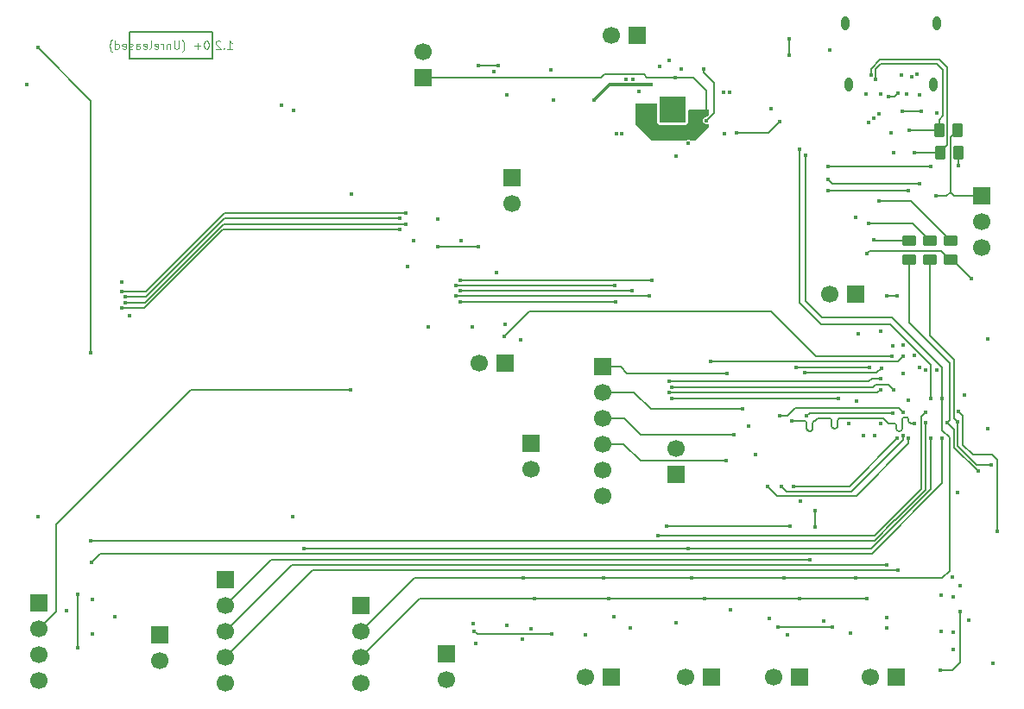
<source format=gbr>
%TF.GenerationSoftware,KiCad,Pcbnew,9.0.1+1*%
%TF.CreationDate,2025-09-07T20:00:19+00:00*%
%TF.ProjectId,ZSWatch-Watch-DevKit,5a535761-7463-4682-9d57-617463682d44,1.2.0+ (Unreleased)*%
%TF.SameCoordinates,Original*%
%TF.FileFunction,Copper,L4,Bot*%
%TF.FilePolarity,Positive*%
%FSLAX46Y46*%
G04 Gerber Fmt 4.6, Leading zero omitted, Abs format (unit mm)*
G04 Created by KiCad (PCBNEW 9.0.1+1) date 2025-09-07 20:00:19*
%MOMM*%
%LPD*%
G01*
G04 APERTURE LIST*
G04 Aperture macros list*
%AMRoundRect*
0 Rectangle with rounded corners*
0 $1 Rounding radius*
0 $2 $3 $4 $5 $6 $7 $8 $9 X,Y pos of 4 corners*
0 Add a 4 corners polygon primitive as box body*
4,1,4,$2,$3,$4,$5,$6,$7,$8,$9,$2,$3,0*
0 Add four circle primitives for the rounded corners*
1,1,$1+$1,$2,$3*
1,1,$1+$1,$4,$5*
1,1,$1+$1,$6,$7*
1,1,$1+$1,$8,$9*
0 Add four rect primitives between the rounded corners*
20,1,$1+$1,$2,$3,$4,$5,0*
20,1,$1+$1,$4,$5,$6,$7,0*
20,1,$1+$1,$6,$7,$8,$9,0*
20,1,$1+$1,$8,$9,$2,$3,0*%
G04 Aperture macros list end*
%TA.AperFunction,NonConductor*%
%ADD10C,0.200000*%
%TD*%
%ADD11C,0.120000*%
%TA.AperFunction,NonConductor*%
%ADD12C,0.120000*%
%TD*%
%TA.AperFunction,ComponentPad*%
%ADD13R,1.700000X1.700000*%
%TD*%
%TA.AperFunction,ComponentPad*%
%ADD14C,1.700000*%
%TD*%
%TA.AperFunction,ComponentPad*%
%ADD15C,0.500000*%
%TD*%
%TA.AperFunction,SMDPad,CuDef*%
%ADD16R,2.500000X2.500000*%
%TD*%
%TA.AperFunction,HeatsinkPad*%
%ADD17O,0.800000X1.400000*%
%TD*%
%TA.AperFunction,SMDPad,CuDef*%
%ADD18RoundRect,0.250000X0.450000X-0.262500X0.450000X0.262500X-0.450000X0.262500X-0.450000X-0.262500X0*%
%TD*%
%TA.AperFunction,SMDPad,CuDef*%
%ADD19RoundRect,0.250000X0.262500X0.450000X-0.262500X0.450000X-0.262500X-0.450000X0.262500X-0.450000X0*%
%TD*%
%TA.AperFunction,ViaPad*%
%ADD20C,0.450000*%
%TD*%
%TA.AperFunction,Conductor*%
%ADD21C,0.200000*%
%TD*%
%TA.AperFunction,Conductor*%
%ADD22C,0.170000*%
%TD*%
%TA.AperFunction,Conductor*%
%ADD23C,0.127000*%
%TD*%
%TA.AperFunction,Conductor*%
%ADD24C,0.300000*%
%TD*%
G04 APERTURE END LIST*
D10*
X172100000Y-116200000D02*
X180200000Y-116200000D01*
X180200000Y-118800000D01*
X172100000Y-118800000D01*
X172100000Y-116200000D01*
D11*
D12*
X181711904Y-117863855D02*
X182169047Y-117863855D01*
X181940475Y-117863855D02*
X181940475Y-117063855D01*
X181940475Y-117063855D02*
X182016666Y-117178140D01*
X182016666Y-117178140D02*
X182092856Y-117254331D01*
X182092856Y-117254331D02*
X182169047Y-117292426D01*
X181369046Y-117787664D02*
X181330951Y-117825760D01*
X181330951Y-117825760D02*
X181369046Y-117863855D01*
X181369046Y-117863855D02*
X181407142Y-117825760D01*
X181407142Y-117825760D02*
X181369046Y-117787664D01*
X181369046Y-117787664D02*
X181369046Y-117863855D01*
X181026190Y-117140045D02*
X180988094Y-117101950D01*
X180988094Y-117101950D02*
X180911904Y-117063855D01*
X180911904Y-117063855D02*
X180721428Y-117063855D01*
X180721428Y-117063855D02*
X180645237Y-117101950D01*
X180645237Y-117101950D02*
X180607142Y-117140045D01*
X180607142Y-117140045D02*
X180569047Y-117216236D01*
X180569047Y-117216236D02*
X180569047Y-117292426D01*
X180569047Y-117292426D02*
X180607142Y-117406712D01*
X180607142Y-117406712D02*
X181064285Y-117863855D01*
X181064285Y-117863855D02*
X180569047Y-117863855D01*
X180226189Y-117787664D02*
X180188094Y-117825760D01*
X180188094Y-117825760D02*
X180226189Y-117863855D01*
X180226189Y-117863855D02*
X180264285Y-117825760D01*
X180264285Y-117825760D02*
X180226189Y-117787664D01*
X180226189Y-117787664D02*
X180226189Y-117863855D01*
X179692856Y-117063855D02*
X179616666Y-117063855D01*
X179616666Y-117063855D02*
X179540475Y-117101950D01*
X179540475Y-117101950D02*
X179502380Y-117140045D01*
X179502380Y-117140045D02*
X179464285Y-117216236D01*
X179464285Y-117216236D02*
X179426190Y-117368617D01*
X179426190Y-117368617D02*
X179426190Y-117559093D01*
X179426190Y-117559093D02*
X179464285Y-117711474D01*
X179464285Y-117711474D02*
X179502380Y-117787664D01*
X179502380Y-117787664D02*
X179540475Y-117825760D01*
X179540475Y-117825760D02*
X179616666Y-117863855D01*
X179616666Y-117863855D02*
X179692856Y-117863855D01*
X179692856Y-117863855D02*
X179769047Y-117825760D01*
X179769047Y-117825760D02*
X179807142Y-117787664D01*
X179807142Y-117787664D02*
X179845237Y-117711474D01*
X179845237Y-117711474D02*
X179883333Y-117559093D01*
X179883333Y-117559093D02*
X179883333Y-117368617D01*
X179883333Y-117368617D02*
X179845237Y-117216236D01*
X179845237Y-117216236D02*
X179807142Y-117140045D01*
X179807142Y-117140045D02*
X179769047Y-117101950D01*
X179769047Y-117101950D02*
X179692856Y-117063855D01*
X179083332Y-117559093D02*
X178473809Y-117559093D01*
X178778570Y-117863855D02*
X178778570Y-117254331D01*
X177254761Y-118168617D02*
X177292856Y-118130521D01*
X177292856Y-118130521D02*
X177369047Y-118016236D01*
X177369047Y-118016236D02*
X177407142Y-117940045D01*
X177407142Y-117940045D02*
X177445237Y-117825760D01*
X177445237Y-117825760D02*
X177483332Y-117635283D01*
X177483332Y-117635283D02*
X177483332Y-117482902D01*
X177483332Y-117482902D02*
X177445237Y-117292426D01*
X177445237Y-117292426D02*
X177407142Y-117178140D01*
X177407142Y-117178140D02*
X177369047Y-117101950D01*
X177369047Y-117101950D02*
X177292856Y-116987664D01*
X177292856Y-116987664D02*
X177254761Y-116949569D01*
X176949999Y-117063855D02*
X176949999Y-117711474D01*
X176949999Y-117711474D02*
X176911904Y-117787664D01*
X176911904Y-117787664D02*
X176873809Y-117825760D01*
X176873809Y-117825760D02*
X176797618Y-117863855D01*
X176797618Y-117863855D02*
X176645237Y-117863855D01*
X176645237Y-117863855D02*
X176569047Y-117825760D01*
X176569047Y-117825760D02*
X176530952Y-117787664D01*
X176530952Y-117787664D02*
X176492856Y-117711474D01*
X176492856Y-117711474D02*
X176492856Y-117063855D01*
X176111904Y-117330521D02*
X176111904Y-117863855D01*
X176111904Y-117406712D02*
X176073809Y-117368617D01*
X176073809Y-117368617D02*
X175997619Y-117330521D01*
X175997619Y-117330521D02*
X175883333Y-117330521D01*
X175883333Y-117330521D02*
X175807142Y-117368617D01*
X175807142Y-117368617D02*
X175769047Y-117444807D01*
X175769047Y-117444807D02*
X175769047Y-117863855D01*
X175388094Y-117863855D02*
X175388094Y-117330521D01*
X175388094Y-117482902D02*
X175349999Y-117406712D01*
X175349999Y-117406712D02*
X175311904Y-117368617D01*
X175311904Y-117368617D02*
X175235713Y-117330521D01*
X175235713Y-117330521D02*
X175159523Y-117330521D01*
X174588094Y-117825760D02*
X174664285Y-117863855D01*
X174664285Y-117863855D02*
X174816666Y-117863855D01*
X174816666Y-117863855D02*
X174892856Y-117825760D01*
X174892856Y-117825760D02*
X174930952Y-117749569D01*
X174930952Y-117749569D02*
X174930952Y-117444807D01*
X174930952Y-117444807D02*
X174892856Y-117368617D01*
X174892856Y-117368617D02*
X174816666Y-117330521D01*
X174816666Y-117330521D02*
X174664285Y-117330521D01*
X174664285Y-117330521D02*
X174588094Y-117368617D01*
X174588094Y-117368617D02*
X174549999Y-117444807D01*
X174549999Y-117444807D02*
X174549999Y-117520998D01*
X174549999Y-117520998D02*
X174930952Y-117597188D01*
X174092857Y-117863855D02*
X174169047Y-117825760D01*
X174169047Y-117825760D02*
X174207142Y-117749569D01*
X174207142Y-117749569D02*
X174207142Y-117063855D01*
X173483332Y-117825760D02*
X173559523Y-117863855D01*
X173559523Y-117863855D02*
X173711904Y-117863855D01*
X173711904Y-117863855D02*
X173788094Y-117825760D01*
X173788094Y-117825760D02*
X173826190Y-117749569D01*
X173826190Y-117749569D02*
X173826190Y-117444807D01*
X173826190Y-117444807D02*
X173788094Y-117368617D01*
X173788094Y-117368617D02*
X173711904Y-117330521D01*
X173711904Y-117330521D02*
X173559523Y-117330521D01*
X173559523Y-117330521D02*
X173483332Y-117368617D01*
X173483332Y-117368617D02*
X173445237Y-117444807D01*
X173445237Y-117444807D02*
X173445237Y-117520998D01*
X173445237Y-117520998D02*
X173826190Y-117597188D01*
X172759523Y-117863855D02*
X172759523Y-117444807D01*
X172759523Y-117444807D02*
X172797618Y-117368617D01*
X172797618Y-117368617D02*
X172873809Y-117330521D01*
X172873809Y-117330521D02*
X173026190Y-117330521D01*
X173026190Y-117330521D02*
X173102380Y-117368617D01*
X172759523Y-117825760D02*
X172835714Y-117863855D01*
X172835714Y-117863855D02*
X173026190Y-117863855D01*
X173026190Y-117863855D02*
X173102380Y-117825760D01*
X173102380Y-117825760D02*
X173140476Y-117749569D01*
X173140476Y-117749569D02*
X173140476Y-117673379D01*
X173140476Y-117673379D02*
X173102380Y-117597188D01*
X173102380Y-117597188D02*
X173026190Y-117559093D01*
X173026190Y-117559093D02*
X172835714Y-117559093D01*
X172835714Y-117559093D02*
X172759523Y-117520998D01*
X172416666Y-117825760D02*
X172340475Y-117863855D01*
X172340475Y-117863855D02*
X172188094Y-117863855D01*
X172188094Y-117863855D02*
X172111904Y-117825760D01*
X172111904Y-117825760D02*
X172073808Y-117749569D01*
X172073808Y-117749569D02*
X172073808Y-117711474D01*
X172073808Y-117711474D02*
X172111904Y-117635283D01*
X172111904Y-117635283D02*
X172188094Y-117597188D01*
X172188094Y-117597188D02*
X172302380Y-117597188D01*
X172302380Y-117597188D02*
X172378570Y-117559093D01*
X172378570Y-117559093D02*
X172416666Y-117482902D01*
X172416666Y-117482902D02*
X172416666Y-117444807D01*
X172416666Y-117444807D02*
X172378570Y-117368617D01*
X172378570Y-117368617D02*
X172302380Y-117330521D01*
X172302380Y-117330521D02*
X172188094Y-117330521D01*
X172188094Y-117330521D02*
X172111904Y-117368617D01*
X171426189Y-117825760D02*
X171502380Y-117863855D01*
X171502380Y-117863855D02*
X171654761Y-117863855D01*
X171654761Y-117863855D02*
X171730951Y-117825760D01*
X171730951Y-117825760D02*
X171769047Y-117749569D01*
X171769047Y-117749569D02*
X171769047Y-117444807D01*
X171769047Y-117444807D02*
X171730951Y-117368617D01*
X171730951Y-117368617D02*
X171654761Y-117330521D01*
X171654761Y-117330521D02*
X171502380Y-117330521D01*
X171502380Y-117330521D02*
X171426189Y-117368617D01*
X171426189Y-117368617D02*
X171388094Y-117444807D01*
X171388094Y-117444807D02*
X171388094Y-117520998D01*
X171388094Y-117520998D02*
X171769047Y-117597188D01*
X170702380Y-117863855D02*
X170702380Y-117063855D01*
X170702380Y-117825760D02*
X170778571Y-117863855D01*
X170778571Y-117863855D02*
X170930952Y-117863855D01*
X170930952Y-117863855D02*
X171007142Y-117825760D01*
X171007142Y-117825760D02*
X171045237Y-117787664D01*
X171045237Y-117787664D02*
X171083333Y-117711474D01*
X171083333Y-117711474D02*
X171083333Y-117482902D01*
X171083333Y-117482902D02*
X171045237Y-117406712D01*
X171045237Y-117406712D02*
X171007142Y-117368617D01*
X171007142Y-117368617D02*
X170930952Y-117330521D01*
X170930952Y-117330521D02*
X170778571Y-117330521D01*
X170778571Y-117330521D02*
X170702380Y-117368617D01*
X170397618Y-118168617D02*
X170359523Y-118130521D01*
X170359523Y-118130521D02*
X170283332Y-118016236D01*
X170283332Y-118016236D02*
X170245237Y-117940045D01*
X170245237Y-117940045D02*
X170207142Y-117825760D01*
X170207142Y-117825760D02*
X170169046Y-117635283D01*
X170169046Y-117635283D02*
X170169046Y-117482902D01*
X170169046Y-117482902D02*
X170207142Y-117292426D01*
X170207142Y-117292426D02*
X170245237Y-117178140D01*
X170245237Y-117178140D02*
X170283332Y-117101950D01*
X170283332Y-117101950D02*
X170359523Y-116987664D01*
X170359523Y-116987664D02*
X170397618Y-116949569D01*
D13*
%TO.P,X508,1,Pin_1*%
%TO.N,/Project Architecture/Power Management/VSYS*%
X200900000Y-120700000D03*
D14*
%TO.P,X508,2,Pin_2*%
%TO.N,Net-(IC505-VDD)*%
X200900000Y-118160000D03*
%TD*%
D15*
%TO.P,IC401,33,GND*%
%TO.N,GND*%
X224387790Y-122830400D03*
X224387790Y-123830400D03*
X224387790Y-124830400D03*
X225387790Y-122830400D03*
X225387790Y-123830400D03*
D16*
X225387790Y-123830400D03*
D15*
X225387790Y-124830400D03*
X226387790Y-122830400D03*
X226387790Y-123830400D03*
X226387790Y-124830400D03*
%TD*%
D13*
%TO.P,X503,1,Pin_1*%
%TO.N,/Project Architecture/Peripherals/VMIC*%
X175100000Y-175400000D03*
D14*
%TO.P,X503,2,Pin_2*%
%TO.N,Net-(MK501-VDD)*%
X175100000Y-177940000D03*
%TD*%
D13*
%TO.P,X610,1,Pin_1*%
%TO.N,+3V0*%
X211500000Y-156600000D03*
D14*
%TO.P,X610,2,Pin_2*%
%TO.N,Net-(X608-LEDA1)*%
X211500000Y-159140000D03*
%TD*%
D13*
%TO.P,X403,1,Pin_1*%
%TO.N,+1V8*%
X163200000Y-172220000D03*
D14*
%TO.P,X403,2,Pin_2*%
%TO.N,+3V0*%
X163200000Y-174760000D03*
%TO.P,X403,3,Pin_3*%
%TO.N,/Project Architecture/Power Management/VSYS*%
X163200000Y-177300000D03*
%TO.P,X403,4,Pin_4*%
%TO.N,GND*%
X163200000Y-179840000D03*
%TD*%
D13*
%TO.P,X504,1,Pin_1*%
%TO.N,+1V8*%
X194800000Y-172490000D03*
D14*
%TO.P,X504,2,Pin_2*%
%TO.N,/Project Architecture/MCU/SDA*%
X194800000Y-175030000D03*
%TO.P,X504,3,Pin_3*%
%TO.N,/Project Architecture/MCU/SCL*%
X194800000Y-177570000D03*
%TO.P,X504,4,Pin_4*%
%TO.N,GND*%
X194800000Y-180110000D03*
%TD*%
D13*
%TO.P,X606,1,Pin_1*%
%TO.N,+1V8*%
X225700000Y-159640000D03*
D14*
%TO.P,X606,2,Pin_2*%
%TO.N,Net-(IC603-VCC)*%
X225700000Y-157100000D03*
%TD*%
D13*
%TO.P,X401,1,Pin_1*%
%TO.N,/Project Architecture/Peripherals/VBAT*%
X221865000Y-116500000D03*
D14*
%TO.P,X401,2,Pin_2*%
%TO.N,GND*%
X219325000Y-116500000D03*
%TD*%
D13*
%TO.P,X501,1,Pin_1*%
%TO.N,+1V8*%
X229200000Y-179500000D03*
D14*
%TO.P,X501,2,Pin_2*%
%TO.N,Net-(IC501-VDD)*%
X226660000Y-179500000D03*
%TD*%
D13*
%TO.P,X502,1,Pin_1*%
%TO.N,+1V8*%
X181500000Y-169980000D03*
D14*
%TO.P,X502,2,Pin_2*%
%TO.N,/Project Architecture/MCU/MCLK*%
X181500000Y-172520000D03*
%TO.P,X502,3,Pin_3*%
%TO.N,/Project Architecture/MCU/WS*%
X181500000Y-175060000D03*
%TO.P,X502,4,Pin_4*%
%TO.N,/Project Architecture/MCU/Data*%
X181500000Y-177600000D03*
%TO.P,X502,5,Pin_5*%
%TO.N,GND*%
X181500000Y-180140000D03*
%TD*%
D13*
%TO.P,X506,1,Pin_1*%
%TO.N,+1V8*%
X237840000Y-179500000D03*
D14*
%TO.P,X506,2,Pin_2*%
%TO.N,Net-(IC503-VDD)*%
X235300000Y-179500000D03*
%TD*%
D13*
%TO.P,X607,1,Pin_1*%
%TO.N,+1V8*%
X209600000Y-130525000D03*
D14*
%TO.P,X607,2,Pin_2*%
%TO.N,Net-(X607-Pin_2)*%
X209600000Y-133065000D03*
%TD*%
D13*
%TO.P,X505,1,Pin_1*%
%TO.N,+1V8*%
X219340000Y-179500000D03*
D14*
%TO.P,X505,2,Pin_2*%
%TO.N,Net-(IC502-VDD)*%
X216800000Y-179500000D03*
%TD*%
D13*
%TO.P,X604,1,Pin_1*%
%TO.N,TxD*%
X255700000Y-132270000D03*
D14*
%TO.P,X604,2,Pin_2*%
%TO.N,RxD*%
X255700000Y-134810000D03*
%TO.P,X604,3,Pin_3*%
%TO.N,GND*%
X255700000Y-137350000D03*
%TD*%
D13*
%TO.P,X507,1,Pin_1*%
%TO.N,+1V8*%
X247300000Y-179500000D03*
D14*
%TO.P,X507,2,Pin_2*%
%TO.N,Net-(IC504-VDD)*%
X244760000Y-179500000D03*
%TD*%
D17*
%TO.P,X603,S1,SHIELD*%
%TO.N,GND*%
X251290000Y-115360000D03*
X250930000Y-121310000D03*
X242670000Y-121310000D03*
X242310000Y-115360000D03*
%TD*%
D13*
%TO.P,X609,1,Pin_1*%
%TO.N,+3V0*%
X208975000Y-148700000D03*
D14*
%TO.P,X609,2,Pin_2*%
%TO.N,Net-(X608-CTP-VDD)*%
X206435000Y-148700000D03*
%TD*%
D13*
%TO.P,X510,1,Pin_1*%
%TO.N,/Project Architecture/Peripherals/VBAT*%
X203200000Y-177260000D03*
D14*
%TO.P,X510,2,Pin_2*%
%TO.N,Net-(IC507-V_{DD})*%
X203200000Y-179800000D03*
%TD*%
D13*
%TO.P,X605,1,Pin_1*%
%TO.N,Net-(M601B-P0.22)*%
X218500000Y-149050000D03*
D14*
%TO.P,X605,2,Pin_2*%
%TO.N,Net-(M601B-P0.05{slash}AIN1)*%
X218500000Y-151590000D03*
%TO.P,X605,3,Pin_3*%
%TO.N,Net-(M601B-P0.04{slash}AIN0)*%
X218500000Y-154130000D03*
%TO.P,X605,4,Pin_4*%
%TO.N,Net-(M601C-P1.14)*%
X218500000Y-156670000D03*
%TO.P,X605,5,Pin_5*%
%TO.N,GND*%
X218500000Y-159210000D03*
%TO.P,X605,6,Pin_6*%
%TO.N,+1V8*%
X218500000Y-161750000D03*
%TD*%
D13*
%TO.P,X602,1,Pin_1*%
%TO.N,+1V8*%
X243300000Y-141900000D03*
D14*
%TO.P,X602,2,Pin_2*%
%TO.N,Net-(M601A-VDDH)*%
X240760000Y-141900000D03*
%TD*%
D18*
%TO.P,R607,1*%
%TO.N,SWDIO*%
X248600000Y-138512500D03*
%TO.P,R607,2*%
%TO.N,Net-(X603-RX1-)*%
X248600000Y-136687500D03*
%TD*%
%TO.P,R611,1*%
%TO.N,RESETn*%
X252600000Y-138512500D03*
%TO.P,R611,2*%
%TO.N,Net-(X603-SBU1)*%
X252600000Y-136687500D03*
%TD*%
%TO.P,R608,1*%
%TO.N,SWDCLK*%
X250600000Y-138512500D03*
%TO.P,R608,2*%
%TO.N,Net-(X603-RX1+)*%
X250600000Y-136687500D03*
%TD*%
D19*
%TO.P,R609,1*%
%TO.N,RxD*%
X253412500Y-128000000D03*
%TO.P,R609,2*%
%TO.N,Net-(X603-TX1+)*%
X251587500Y-128000000D03*
%TD*%
%TO.P,R610,1*%
%TO.N,TxD*%
X253312500Y-125800000D03*
%TO.P,R610,2*%
%TO.N,Net-(X603-TX1-)*%
X251487500Y-125800000D03*
%TD*%
D20*
%TO.N,GND*%
X224100000Y-119600000D03*
X202295000Y-134600000D03*
X219600000Y-173600000D03*
X225700000Y-128380000D03*
X168485000Y-175300000D03*
X165900000Y-173020000D03*
X252900000Y-171625000D03*
X168485000Y-171900000D03*
X230390620Y-122145000D03*
X170700000Y-173575000D03*
X251248404Y-124151596D03*
X232800000Y-154880000D03*
X206080000Y-176220000D03*
X242800000Y-175200000D03*
X163100000Y-163750000D03*
X236620000Y-175400000D03*
X171347500Y-140700000D03*
X252900000Y-176775000D03*
X211467520Y-174774531D03*
X243575000Y-145825000D03*
X240200000Y-173975000D03*
X248000000Y-149700000D03*
X222063600Y-122063400D03*
X244100000Y-155800000D03*
X220387200Y-126138400D03*
X254000003Y-151800000D03*
X249550000Y-122400000D03*
X243275000Y-134400000D03*
X251700000Y-171500000D03*
X246400000Y-173700000D03*
X246800000Y-126100000D03*
X207800000Y-120120000D03*
X172147500Y-144000000D03*
X210500000Y-146400000D03*
X220793600Y-120819400D03*
X231000000Y-172900000D03*
X230990620Y-122145000D03*
X162025000Y-121325000D03*
X253300000Y-161390000D03*
X244300000Y-122300000D03*
X230479410Y-126138400D03*
X209100000Y-122350000D03*
X188100000Y-163750000D03*
X205700000Y-145137500D03*
X240800000Y-118000000D03*
X221180000Y-174680000D03*
X234845000Y-173755000D03*
X226200000Y-119800000D03*
X246400000Y-174700000D03*
X219879410Y-126138400D03*
X199987500Y-136700000D03*
X221428600Y-120819400D03*
X204587500Y-136700000D03*
X208980000Y-144900000D03*
X256300000Y-146350003D03*
X216832500Y-175332500D03*
X256300000Y-155150003D03*
X205835000Y-174265000D03*
X201400000Y-145137500D03*
X252900000Y-175125000D03*
X256800000Y-178200000D03*
X237900000Y-162250000D03*
X225700000Y-174200000D03*
X233500000Y-157650000D03*
X251690000Y-175000000D03*
X187025000Y-123400000D03*
%TO.N,/Project Architecture/Peripherals/VBAT*%
X209100000Y-174400000D03*
X228400000Y-119800000D03*
X210600000Y-175800000D03*
X228677316Y-124869129D03*
%TO.N,DISPLAY-BLK*%
X208812500Y-146087500D03*
X246881356Y-148023305D03*
%TO.N,QSPI-CS*%
X248500002Y-156100000D03*
X234700000Y-160800000D03*
%TO.N,QSPI-IO1*%
X247974002Y-155800000D03*
X236000000Y-160800000D03*
%TO.N,QSPI-IO2*%
X247400000Y-156100000D03*
X237200000Y-160800000D03*
%TO.N,QSPI-IO0*%
X238500000Y-153900000D03*
X246913051Y-153593475D03*
%TO.N,QSPI-CLK*%
X249044952Y-154600003D03*
X237081000Y-154351000D03*
%TO.N,QSPI-IO3*%
X247944949Y-153499999D03*
X235860000Y-153900000D03*
%TO.N,TOUCH-INT*%
X225000000Y-151600000D03*
X245750000Y-151294951D03*
%TO.N,TOUCH-SCL*%
X225300000Y-151100000D03*
X247000000Y-151325003D03*
%TO.N,TOUCH-SDA*%
X245744949Y-150200001D03*
X225000000Y-150500000D03*
%TO.N,TOUCH-RST*%
X229100000Y-148500000D03*
X247944951Y-148000000D03*
%TO.N,DISPLAY-EN*%
X202295000Y-137300000D03*
X241600000Y-152200000D03*
X225300000Y-152200000D03*
X206300000Y-137300000D03*
%TO.N,RESETn*%
X244400000Y-137950000D03*
X253418644Y-153476695D03*
X254700000Y-140400000D03*
X257200000Y-165200000D03*
%TO.N,DISPLAY-CS*%
X204100000Y-141100000D03*
X219700000Y-141100000D03*
X243400000Y-152400000D03*
%TO.N,DISPLAY-CLK*%
X221400000Y-141600000D03*
X245200000Y-155800000D03*
X204500000Y-141600000D03*
%TO.N,+3V0*%
X224800000Y-164700000D03*
X208100000Y-139800000D03*
X236900000Y-164700000D03*
X199362500Y-139200000D03*
X254400000Y-173900000D03*
X213400000Y-119900000D03*
X193800000Y-151300000D03*
X213700000Y-122900000D03*
%TO.N,/Project Architecture/Power Management/VSYS*%
X228679410Y-124076400D03*
X225637790Y-120662210D03*
X222079410Y-123580400D03*
X231646620Y-126100000D03*
X235900000Y-125000000D03*
X252769644Y-169700000D03*
%TO.N,DISPLAY-DC*%
X219800000Y-142700000D03*
X242600000Y-154600000D03*
X204500000Y-142700000D03*
%TO.N,DISPLAY-RST*%
X223300000Y-140600000D03*
X204500000Y-140600000D03*
%TO.N,DISPLAY-DATA*%
X204100000Y-142100000D03*
X245744950Y-154600001D03*
X223100000Y-142100000D03*
%TO.N,/Project Architecture/MCU/PMIC-INT*%
X250700000Y-129400000D03*
X240600000Y-129400000D03*
%TO.N,/Project Architecture/MCU/USB-CC1*%
X236800000Y-116900000D03*
X236800000Y-118500000D03*
%TO.N,/Project Architecture/MCU/SW2*%
X226900000Y-166900000D03*
X250700000Y-156100000D03*
X189200000Y-166900000D03*
X226900000Y-127100000D03*
%TO.N,/Project Architecture/MCU/SDA*%
X236312500Y-169800000D03*
X251800000Y-152200000D03*
X243300000Y-169800000D03*
X227200000Y-169800000D03*
X238400000Y-128300000D03*
X218600000Y-169800000D03*
X210725000Y-169800000D03*
%TO.N,/Project Architecture/MCU/SCL*%
X244400000Y-171800000D03*
X211800000Y-171800000D03*
X237812500Y-171800000D03*
X250700000Y-152200000D03*
X228500000Y-171800000D03*
X219100000Y-171800000D03*
X237800000Y-127700000D03*
%TO.N,/Project Architecture/MCU/~{RTC-INT}*%
X205900000Y-175000000D03*
X213500000Y-175300000D03*
%TO.N,SWDCLK*%
X256600000Y-158700000D03*
X253325000Y-154475000D03*
%TO.N,SWDIO*%
X252318644Y-154576695D03*
X255300000Y-159300000D03*
%TO.N,/Project Architecture/MCU/BMI270-INT*%
X239300000Y-163200000D03*
X239300000Y-164800000D03*
%TO.N,/Project Architecture/MCU/LIS2MDL-INT*%
X248500000Y-152300000D03*
X235700000Y-174600000D03*
X241000000Y-174600000D03*
%TO.N,/Project Architecture/MCU/VIB-PWM*%
X240600000Y-130700000D03*
X249600000Y-131100000D03*
%TO.N,USB-D-*%
X247400000Y-142100000D03*
X246400000Y-142100000D03*
%TO.N,/Project Architecture/MCU/VIB-EN*%
X240600000Y-131800000D03*
X248500000Y-131800000D03*
%TO.N,TxD*%
X251226000Y-132300000D03*
%TO.N,/Project Architecture/MCU/D-*%
X247500000Y-122200000D03*
X246550000Y-122565184D03*
%TO.N,/Project Architecture/MCU/USB-VBUS-In*%
X251650000Y-178800000D03*
X248300000Y-122300000D03*
X235000000Y-123749000D03*
X253550000Y-173100000D03*
X253550000Y-170500000D03*
X245800000Y-122300000D03*
X247073544Y-128069451D03*
%TO.N,RxD*%
X253412500Y-129300000D03*
%TO.N,/Project Architecture/MCU/SW1*%
X188200000Y-123900000D03*
X223900000Y-165600000D03*
X250150000Y-153505049D03*
%TO.N,/Project Architecture/MCU/Data*%
X247500000Y-169000000D03*
X251300000Y-149400000D03*
%TO.N,/Project Architecture/MCU/SW4*%
X168300000Y-166100000D03*
X250181356Y-154576695D03*
X168300000Y-147700000D03*
X163100000Y-117750000D03*
%TO.N,/Project Architecture/MCU/SW3*%
X251800000Y-156100000D03*
X168400000Y-168250000D03*
%TO.N,/Project Architecture/MCU/MIC-CLK*%
X238300000Y-149650000D03*
X245813051Y-149193475D03*
%TO.N,/Project Architecture/MCU/WS*%
X246400000Y-168500000D03*
X250200000Y-149400000D03*
%TO.N,/Project Architecture/MCU/MIC-DATA*%
X244644950Y-149100001D03*
X167000000Y-176600000D03*
X167000000Y-171400000D03*
X237500000Y-149100000D03*
%TO.N,/Project Architecture/MCU/MCLK*%
X238800000Y-168000000D03*
X249600000Y-149100000D03*
%TO.N,Net-(IC604-B1)*%
X171347500Y-143300000D03*
X198587500Y-135600000D03*
%TO.N,Net-(IC604-B3)*%
X171647500Y-142200000D03*
X198587500Y-134500000D03*
%TO.N,Net-(IC604-B2)*%
X171647500Y-142800000D03*
X199187500Y-135100000D03*
%TO.N,Net-(IC604-B4)*%
X171347500Y-141700000D03*
X199187500Y-134000000D03*
%TO.N,Net-(M601C-P1.14)*%
X249081356Y-147976695D03*
X230600000Y-158300000D03*
%TO.N,Net-(M601B-P0.05{slash}AIN1)*%
X247944950Y-146900001D03*
X232200000Y-153220000D03*
%TO.N,Net-(M601B-P0.04{slash}AIN0)*%
X246913051Y-146993475D03*
X231400000Y-155760000D03*
%TO.N,Net-(M601B-P0.22)*%
X245774000Y-145600000D03*
X230700000Y-149700000D03*
%TO.N,Net-(X603-CC1)*%
X247893537Y-124000000D03*
X249779998Y-124000000D03*
%TO.N,Net-(X603-RX1-)*%
X245050000Y-124650000D03*
X248800000Y-120600000D03*
X245050000Y-136575000D03*
%TO.N,Net-(X603-RX1+)*%
X249300000Y-120300000D03*
X244550000Y-135000000D03*
X244550000Y-125100000D03*
%TO.N,Net-(X603-TX1+)*%
X249050000Y-128000000D03*
X244800000Y-120400000D03*
%TO.N,Net-(X603-TX1-)*%
X248550000Y-125800000D03*
X245300000Y-120800000D03*
%TO.N,Net-(X603-SBU1)*%
X245600000Y-132800000D03*
X247800000Y-120400000D03*
X245600000Y-124200000D03*
%TO.N,Net-(X608-CTP-VDD)*%
X193900000Y-132100000D03*
%TO.N,Net-(IC505-VDD)*%
X206275000Y-119500000D03*
X208280000Y-119500000D03*
%TO.N,Net-(IC401-VOUT2)*%
X223206600Y-121380400D03*
X217697000Y-122900000D03*
%TO.N,/Project Architecture/Peripherals/VMIC*%
X225060000Y-119000000D03*
%TD*%
D21*
%TO.N,/Project Architecture/Peripherals/VBAT*%
X228400000Y-120200000D02*
X229400000Y-121200000D01*
X229400000Y-124146445D02*
X228677316Y-124869129D01*
X228400000Y-119800000D02*
X228400000Y-120200000D01*
X229400000Y-121200000D02*
X229400000Y-124146445D01*
%TO.N,DISPLAY-BLK*%
X208812500Y-146087500D02*
X211300000Y-143600000D01*
X235000000Y-143600000D02*
X239423305Y-148023305D01*
X211300000Y-143600000D02*
X235000000Y-143600000D01*
X239423305Y-148023305D02*
X246881356Y-148023305D01*
%TO.N,QSPI-CS*%
X248500002Y-156599998D02*
X243400000Y-161700000D01*
X248500002Y-156100000D02*
X248500002Y-156599998D01*
X243400000Y-161700000D02*
X235600000Y-161700000D01*
X235600000Y-161700000D02*
X234700000Y-160800000D01*
%TO.N,QSPI-IO1*%
X247974002Y-156225998D02*
X242900000Y-161300000D01*
X242900000Y-161300000D02*
X236500000Y-161300000D01*
X236500000Y-161300000D02*
X236000000Y-160800000D01*
X247974002Y-155800000D02*
X247974002Y-156225998D01*
%TO.N,QSPI-IO2*%
X242700000Y-160800000D02*
X237200000Y-160800000D01*
X247400000Y-156100000D02*
X242700000Y-160800000D01*
%TO.N,QSPI-IO0*%
X238500000Y-153900000D02*
X238800000Y-153600000D01*
X238800000Y-153600000D02*
X246906526Y-153600000D01*
X246906526Y-153600000D02*
X246913051Y-153593475D01*
%TO.N,QSPI-CLK*%
X247295990Y-154840003D02*
X247295990Y-155118565D01*
X247895990Y-154360003D02*
X247895990Y-154231437D01*
X240600170Y-154100000D02*
X239600000Y-154100000D01*
X247895990Y-154840003D02*
X247895990Y-154360003D01*
X238269000Y-154351000D02*
X238149000Y-154351000D01*
X247895990Y-155118565D02*
X247895990Y-154840003D01*
X239109000Y-154591000D02*
X239109000Y-155111000D01*
X242450170Y-154100000D02*
X241800170Y-154100000D01*
X248855990Y-154600003D02*
X249044952Y-154600003D01*
X241320170Y-155100000D02*
X241200170Y-155100000D01*
X240960170Y-154860000D02*
X240960170Y-154340000D01*
X248735990Y-154600003D02*
X248855990Y-154600003D01*
X241560170Y-154340000D02*
X241560170Y-154860000D01*
X247535990Y-155358565D02*
X247655990Y-155358565D01*
X243100170Y-154100000D02*
X242450170Y-154100000D01*
X238149000Y-154351000D02*
X237084953Y-154351000D01*
X248495990Y-154231437D02*
X248495990Y-154360003D01*
X248135990Y-153991437D02*
X248255990Y-153991437D01*
X246500003Y-154600003D02*
X247055990Y-154600003D01*
X239600000Y-154100000D02*
X239349000Y-154351000D01*
X238869000Y-155351000D02*
X238749000Y-155351000D01*
X240720170Y-154100000D02*
X240600170Y-154100000D01*
X238509000Y-155111000D02*
X238509000Y-154591000D01*
X246000000Y-154100000D02*
X246500003Y-154600003D01*
X243100170Y-154100000D02*
X246000000Y-154100000D01*
X237084953Y-154351000D02*
X237081000Y-154351000D01*
X239349000Y-154351000D02*
G75*
G03*
X239109000Y-154591000I0J-240000D01*
G01*
X241800170Y-154100000D02*
G75*
G03*
X241560200Y-154340000I30J-240000D01*
G01*
X241560170Y-154860000D02*
G75*
G02*
X241320170Y-155099970I-239970J0D01*
G01*
X247055990Y-154600003D02*
G75*
G02*
X247295997Y-154840003I10J-239997D01*
G01*
X247295990Y-155118565D02*
G75*
G03*
X247535990Y-155358610I240010J-35D01*
G01*
X239109000Y-155111000D02*
G75*
G02*
X238869000Y-155351000I-240000J0D01*
G01*
X238749000Y-155351000D02*
G75*
G02*
X238509000Y-155111000I0J240000D01*
G01*
X240960170Y-154340000D02*
G75*
G03*
X240720170Y-154100030I-239970J0D01*
G01*
X238509000Y-154591000D02*
G75*
G03*
X238269000Y-154351000I-240000J0D01*
G01*
X247655990Y-155358565D02*
G75*
G03*
X247895965Y-155118565I10J239965D01*
G01*
X241200170Y-155100000D02*
G75*
G02*
X240960200Y-154860000I30J240000D01*
G01*
X247895990Y-154231437D02*
G75*
G02*
X248135990Y-153991390I240010J37D01*
G01*
X248495990Y-154360003D02*
G75*
G03*
X248735990Y-154600010I240010J3D01*
G01*
X248255990Y-153991437D02*
G75*
G02*
X248495963Y-154231437I10J-239963D01*
G01*
%TO.N,QSPI-IO3*%
X236600000Y-153900000D02*
X237400000Y-153100000D01*
X247544950Y-153100000D02*
X247944949Y-153499999D01*
X237400000Y-153100000D02*
X247544950Y-153100000D01*
X235860000Y-153900000D02*
X236600000Y-153900000D01*
%TO.N,TOUCH-INT*%
X225000000Y-151600000D02*
X245444951Y-151600000D01*
X245444951Y-151600000D02*
X245750000Y-151294951D01*
%TO.N,TOUCH-SCL*%
X225300000Y-151100000D02*
X245026000Y-151100000D01*
X245026000Y-151100000D02*
X245300000Y-150826000D01*
X245300000Y-150826000D02*
X246500997Y-150826000D01*
X246500997Y-150826000D02*
X247000000Y-151325003D01*
%TO.N,TOUCH-SDA*%
X244600000Y-150500000D02*
X225000000Y-150500000D01*
X245744949Y-150200001D02*
X244899999Y-150200001D01*
X244899999Y-150200001D02*
X244600000Y-150500000D01*
%TO.N,TOUCH-RST*%
X247444951Y-148500000D02*
X247944951Y-148000000D01*
X229100000Y-148500000D02*
X247444951Y-148500000D01*
%TO.N,DISPLAY-EN*%
X206300000Y-137300000D02*
X202295000Y-137300000D01*
X225300000Y-152200000D02*
X241600000Y-152200000D01*
%TO.N,RESETn*%
X253800000Y-153858051D02*
X253418644Y-153476695D01*
X256700000Y-157700000D02*
X254800000Y-157700000D01*
X254700000Y-140400000D02*
X252812500Y-138512500D01*
X253800000Y-156700000D02*
X253800000Y-153858051D01*
X254800000Y-157700000D02*
X253800000Y-156700000D01*
X257200000Y-165200000D02*
X257200000Y-158200000D01*
X244400000Y-137950000D02*
X244700000Y-137650000D01*
X251737500Y-137650000D02*
X252600000Y-138512500D01*
X257200000Y-158200000D02*
X256700000Y-157700000D01*
X244700000Y-137650000D02*
X251737500Y-137650000D01*
%TO.N,DISPLAY-CS*%
X219700000Y-141100000D02*
X204100000Y-141100000D01*
%TO.N,DISPLAY-CLK*%
X204500000Y-141600000D02*
X221400000Y-141600000D01*
%TO.N,+3V0*%
X178100000Y-151300000D02*
X164900000Y-164500000D01*
X164900000Y-173060000D02*
X163200000Y-174760000D01*
X193800000Y-151300000D02*
X178100000Y-151300000D01*
X236900000Y-164700000D02*
X224800000Y-164700000D01*
X164900000Y-164500000D02*
X164900000Y-173060000D01*
%TO.N,/Project Architecture/Power Management/VSYS*%
X227362210Y-120662210D02*
X228679410Y-121979410D01*
X222862210Y-120662210D02*
X222568400Y-120368400D01*
X222568400Y-120368400D02*
X218700000Y-120368400D01*
X231646620Y-126100000D02*
X234800000Y-126100000D01*
X228679410Y-121979410D02*
X228679410Y-124076400D01*
X225637790Y-120662210D02*
X222862210Y-120662210D01*
X234800000Y-126100000D02*
X235900000Y-125000000D01*
X218700000Y-120368400D02*
X218368400Y-120700000D01*
X225637790Y-120662210D02*
X227362210Y-120662210D01*
X218368400Y-120700000D02*
X200900000Y-120700000D01*
%TO.N,DISPLAY-DC*%
X204500000Y-142700000D02*
X219800000Y-142700000D01*
%TO.N,DISPLAY-RST*%
X223300000Y-140600000D02*
X204500000Y-140600000D01*
%TO.N,DISPLAY-DATA*%
X223100000Y-142100000D02*
X204100000Y-142100000D01*
%TO.N,/Project Architecture/MCU/PMIC-INT*%
X250700000Y-129400000D02*
X240600000Y-129400000D01*
%TO.N,/Project Architecture/MCU/USB-CC1*%
X236800000Y-118500000D02*
X236800000Y-116900000D01*
%TO.N,/Project Architecture/MCU/SW2*%
X189200000Y-166900000D02*
X226900000Y-166900000D01*
X244861034Y-166900000D02*
X226900000Y-166900000D01*
X250700000Y-161061034D02*
X244861034Y-166900000D01*
X250700000Y-156100000D02*
X250700000Y-161061034D01*
%TO.N,/Project Architecture/MCU/SDA*%
X246900000Y-144200000D02*
X251800000Y-149100000D01*
X252500000Y-169100000D02*
X251800000Y-169800000D01*
X200030000Y-169800000D02*
X194800000Y-175030000D01*
X238400000Y-128300000D02*
X238400000Y-142600000D01*
X227200000Y-169800000D02*
X236312500Y-169800000D01*
X251800000Y-155300000D02*
X252500000Y-156000000D01*
X251800000Y-149100000D02*
X251800000Y-152200000D01*
X251800000Y-152200000D02*
X251800000Y-155300000D01*
X218600000Y-169800000D02*
X200030000Y-169800000D01*
X227200000Y-169800000D02*
X218600000Y-169800000D01*
X238400000Y-142600000D02*
X240000000Y-144200000D01*
X243300000Y-169800000D02*
X236312500Y-169800000D01*
X240000000Y-144200000D02*
X246900000Y-144200000D01*
X252500000Y-156000000D02*
X252500000Y-169100000D01*
X251800000Y-169800000D02*
X243300000Y-169800000D01*
%TO.N,/Project Architecture/MCU/SCL*%
X250700000Y-148900000D02*
X246700000Y-144900000D01*
X211800000Y-171800000D02*
X219100000Y-171800000D01*
X246700000Y-144900000D02*
X239900000Y-144900000D01*
X239900000Y-144900000D02*
X237800000Y-142800000D01*
X244400000Y-171800000D02*
X237812500Y-171800000D01*
X250700000Y-152200000D02*
X250700000Y-148900000D01*
X200570000Y-171800000D02*
X194800000Y-177570000D01*
X211800000Y-171800000D02*
X200570000Y-171800000D01*
X228500000Y-171800000D02*
X237812500Y-171800000D01*
X228500000Y-171800000D02*
X219100000Y-171800000D01*
X237800000Y-142800000D02*
X237800000Y-127700000D01*
%TO.N,/Project Architecture/MCU/~{RTC-INT}*%
X206200000Y-175300000D02*
X205900000Y-175000000D01*
X213500000Y-175300000D02*
X206200000Y-175300000D01*
%TO.N,SWDCLK*%
X255200000Y-158700000D02*
X253325000Y-156825000D01*
X252967644Y-154117644D02*
X253325000Y-154475000D01*
X253325000Y-156825000D02*
X253325000Y-154475000D01*
X256600000Y-158700000D02*
X255200000Y-158700000D01*
X252967644Y-154117644D02*
X252967644Y-152200000D01*
X250600000Y-138512500D02*
X250600000Y-146000000D01*
X252967644Y-148367644D02*
X252967644Y-152200000D01*
X250600000Y-146000000D02*
X252967644Y-148367644D01*
%TO.N,SWDIO*%
X252318644Y-154576695D02*
X252574000Y-154321339D01*
X253000000Y-155258051D02*
X252318644Y-154576695D01*
X253000000Y-157000000D02*
X253000000Y-155258051D01*
X252574000Y-148674000D02*
X248600000Y-144700000D01*
X255300000Y-159300000D02*
X253000000Y-157000000D01*
X252574000Y-154321339D02*
X252574000Y-148674000D01*
X248600000Y-144700000D02*
X248600000Y-138512500D01*
%TO.N,/Project Architecture/MCU/BMI270-INT*%
X239300000Y-163200000D02*
X239300000Y-164800000D01*
%TO.N,/Project Architecture/MCU/LIS2MDL-INT*%
X235700000Y-174600000D02*
X241000000Y-174600000D01*
%TO.N,/Project Architecture/MCU/VIB-PWM*%
X240600000Y-130700000D02*
X241000000Y-131100000D01*
X241000000Y-131100000D02*
X249600000Y-131100000D01*
D22*
%TO.N,USB-D-*%
X247400000Y-142100000D02*
X246400000Y-142100000D01*
D21*
%TO.N,/Project Architecture/MCU/VIB-EN*%
X248500000Y-131800000D02*
X240600000Y-131800000D01*
%TO.N,TxD*%
X252970000Y-132270000D02*
X255700000Y-132270000D01*
X252600000Y-126512500D02*
X252600000Y-131900000D01*
X252600000Y-131900000D02*
X252970000Y-132270000D01*
X251226000Y-132300000D02*
X252200000Y-132300000D01*
X252200000Y-132300000D02*
X252600000Y-131900000D01*
X253312500Y-125800000D02*
X253312500Y-125487500D01*
X253312500Y-125800000D02*
X252600000Y-126512500D01*
D23*
%TO.N,/Project Architecture/MCU/D-*%
X247134816Y-122565184D02*
X247500000Y-122200000D01*
X246550000Y-122565184D02*
X247134816Y-122565184D01*
D22*
%TO.N,/Project Architecture/MCU/USB-VBUS-In*%
X253550000Y-178050000D02*
X253550000Y-173100000D01*
X252800000Y-178800000D02*
X253550000Y-178050000D01*
X251650000Y-178800000D02*
X252800000Y-178800000D01*
D21*
%TO.N,RxD*%
X253412500Y-128000000D02*
X253412500Y-129300000D01*
X253412500Y-128000000D02*
X253412500Y-128362500D01*
%TO.N,/Project Architecture/MCU/SW1*%
X223900000Y-165600000D02*
X245200000Y-165600000D01*
X245200000Y-165600000D02*
X249730356Y-161069644D01*
X249730356Y-153924693D02*
X250150000Y-153505049D01*
X249730356Y-161069644D02*
X249730356Y-153924693D01*
%TO.N,/Project Architecture/MCU/Data*%
X190100000Y-169000000D02*
X247500000Y-169000000D01*
X181500000Y-177600000D02*
X190100000Y-169000000D01*
%TO.N,/Project Architecture/MCU/SW4*%
X168300000Y-166100000D02*
X245161034Y-166100000D01*
X247200000Y-164100000D02*
X250181356Y-161118644D01*
X168300000Y-122950000D02*
X163100000Y-117750000D01*
X250181356Y-161118644D02*
X250181356Y-154576695D01*
X168300000Y-147700000D02*
X168300000Y-122950000D01*
X247161034Y-164100000D02*
X247200000Y-164100000D01*
X245161034Y-166100000D02*
X247161034Y-164100000D01*
%TO.N,/Project Architecture/MCU/SW3*%
X169250000Y-167400000D02*
X244900000Y-167400000D01*
X168400000Y-168250000D02*
X169250000Y-167400000D01*
X251800000Y-160500000D02*
X251800000Y-156100000D01*
X244900000Y-167400000D02*
X251800000Y-160500000D01*
%TO.N,/Project Architecture/MCU/MIC-CLK*%
X238300000Y-149650000D02*
X245356526Y-149650000D01*
X245356526Y-149650000D02*
X245813051Y-149193475D01*
%TO.N,/Project Architecture/MCU/WS*%
X181500000Y-175060000D02*
X188060000Y-168500000D01*
X188060000Y-168500000D02*
X246400000Y-168500000D01*
%TO.N,/Project Architecture/MCU/MIC-DATA*%
X237500000Y-149100000D02*
X244644949Y-149100000D01*
X244644949Y-149100000D02*
X244644950Y-149100001D01*
X167000000Y-176600000D02*
X167000000Y-171400000D01*
%TO.N,/Project Architecture/MCU/MCLK*%
X181500000Y-172520000D02*
X186020000Y-168000000D01*
X186020000Y-168000000D02*
X238800000Y-168000000D01*
%TO.N,Net-(IC604-B1)*%
X181261034Y-135600000D02*
X198587500Y-135600000D01*
X181261034Y-135600000D02*
X173561034Y-143300000D01*
X173561034Y-143300000D02*
X171347500Y-143300000D01*
%TO.N,Net-(IC604-B3)*%
X181400000Y-134500000D02*
X173700000Y-142200000D01*
X173700000Y-142200000D02*
X171647500Y-142200000D01*
X181400000Y-134500000D02*
X198587500Y-134500000D01*
%TO.N,Net-(IC604-B2)*%
X173600000Y-142800000D02*
X171647500Y-142800000D01*
X181300000Y-135100000D02*
X199187500Y-135100000D01*
X181300000Y-135100000D02*
X173600000Y-142800000D01*
%TO.N,Net-(IC604-B4)*%
X181400000Y-134000000D02*
X199187500Y-134000000D01*
X181400000Y-134000000D02*
X173700000Y-141700000D01*
X173700000Y-141700000D02*
X171347500Y-141700000D01*
%TO.N,Net-(M601C-P1.14)*%
X220570000Y-156670000D02*
X222200000Y-158300000D01*
X222200000Y-158300000D02*
X230600000Y-158300000D01*
X218500000Y-156670000D02*
X220570000Y-156670000D01*
%TO.N,Net-(M601B-P0.05{slash}AIN1)*%
X221590000Y-151590000D02*
X218500000Y-151590000D01*
X232200000Y-153220000D02*
X223220000Y-153220000D01*
X223220000Y-153220000D02*
X221590000Y-151590000D01*
%TO.N,Net-(M601B-P0.04{slash}AIN0)*%
X220630000Y-154130000D02*
X218500000Y-154130000D01*
X231400000Y-155760000D02*
X222260000Y-155760000D01*
X222260000Y-155760000D02*
X220630000Y-154130000D01*
%TO.N,Net-(M601B-P0.22)*%
X218500000Y-149050000D02*
X220250000Y-149050000D01*
X220250000Y-149050000D02*
X220900000Y-149700000D01*
X220900000Y-149700000D02*
X230700000Y-149700000D01*
%TO.N,Net-(X603-CC1)*%
X249779998Y-124000000D02*
X247893537Y-124000000D01*
%TO.N,Net-(X603-RX1-)*%
X245050000Y-136575000D02*
X245162500Y-136687500D01*
X245162500Y-136687500D02*
X248600000Y-136687500D01*
%TO.N,Net-(X603-RX1+)*%
X250600000Y-136687500D02*
X248912500Y-135000000D01*
X248912500Y-135000000D02*
X244550000Y-135000000D01*
%TO.N,Net-(X603-TX1+)*%
X245700000Y-118900000D02*
X251500000Y-118900000D01*
X244800000Y-120400000D02*
X244800000Y-119800000D01*
X252274000Y-119674000D02*
X252274000Y-127313500D01*
X244800000Y-119800000D02*
X245700000Y-118900000D01*
X251500000Y-118900000D02*
X252274000Y-119674000D01*
X252274000Y-127313500D02*
X251587500Y-128000000D01*
X249050000Y-128000000D02*
X251587500Y-128000000D01*
%TO.N,Net-(X603-TX1-)*%
X245300000Y-119800000D02*
X245800000Y-119300000D01*
X251487500Y-125800000D02*
X248550000Y-125800000D01*
X251300000Y-119300000D02*
X251900000Y-119900000D01*
X245300000Y-120800000D02*
X245300000Y-119800000D01*
X251900000Y-124400000D02*
X251487500Y-124812500D01*
X245800000Y-119300000D02*
X251300000Y-119300000D01*
X251487500Y-124812500D02*
X251487500Y-125800000D01*
X251900000Y-119900000D02*
X251900000Y-124400000D01*
%TO.N,Net-(X603-SBU1)*%
X252587500Y-136687500D02*
X252600000Y-136687500D01*
X245600000Y-132800000D02*
X248700000Y-132800000D01*
X248700000Y-132800000D02*
X252587500Y-136687500D01*
%TO.N,Net-(IC505-VDD)*%
X206275000Y-119500000D02*
X208280000Y-119500000D01*
D24*
%TO.N,Net-(IC401-VOUT2)*%
X217697000Y-122900000D02*
X219218600Y-121378400D01*
X223204600Y-121378400D02*
X223206600Y-121380400D01*
X219218600Y-121378400D02*
X223204600Y-121378400D01*
%TD*%
%TA.AperFunction,Conductor*%
%TO.N,/Project Architecture/Power Management/VSYS*%
G36*
X223798829Y-123207085D02*
G01*
X223844584Y-123259889D01*
X223855790Y-123311400D01*
X223855790Y-125092400D01*
X224109790Y-125346400D01*
X226649790Y-125346400D01*
X226903790Y-125092400D01*
X226903790Y-123946400D01*
X226923475Y-123879361D01*
X226976279Y-123833606D01*
X227027790Y-123822400D01*
X228815320Y-123822400D01*
X228882359Y-123842085D01*
X228928114Y-123894889D01*
X228939319Y-123945824D01*
X228940650Y-124232119D01*
X228932064Y-124261868D01*
X228925484Y-124292121D01*
X228921985Y-124296794D01*
X228921277Y-124299249D01*
X228904333Y-124320375D01*
X228744402Y-124480309D01*
X228683079Y-124513795D01*
X228656720Y-124516629D01*
X228630908Y-124516629D01*
X228541255Y-124540651D01*
X228460876Y-124587059D01*
X228460873Y-124587061D01*
X228395248Y-124652686D01*
X228395246Y-124652689D01*
X228348838Y-124733068D01*
X228348838Y-124733069D01*
X228324816Y-124822721D01*
X228324816Y-124915537D01*
X228348838Y-125005189D01*
X228395246Y-125085569D01*
X228460876Y-125151199D01*
X228541256Y-125197607D01*
X228630908Y-125221629D01*
X228630910Y-125221629D01*
X228723722Y-125221629D01*
X228723724Y-125221629D01*
X228789635Y-125203968D01*
X228814345Y-125204556D01*
X228838803Y-125200923D01*
X228848667Y-125205372D01*
X228859483Y-125205630D01*
X228879956Y-125219486D01*
X228902493Y-125229652D01*
X228908384Y-125238725D01*
X228917346Y-125244791D01*
X228927078Y-125267518D01*
X228940541Y-125288253D01*
X228942975Y-125304639D01*
X228944851Y-125309020D01*
X228945727Y-125323164D01*
X228946197Y-125424051D01*
X228926825Y-125491182D01*
X228909879Y-125512310D01*
X227588109Y-126834081D01*
X227526786Y-126867566D01*
X227500428Y-126870400D01*
X227220272Y-126870400D01*
X227153233Y-126850715D01*
X227132591Y-126834081D01*
X227116442Y-126817932D01*
X227116440Y-126817930D01*
X227036060Y-126771522D01*
X226946408Y-126747500D01*
X226853592Y-126747500D01*
X226763939Y-126771522D01*
X226683560Y-126817930D01*
X226683557Y-126817932D01*
X226667409Y-126834081D01*
X226606086Y-126867566D01*
X226579728Y-126870400D01*
X223399152Y-126870400D01*
X223332113Y-126850715D01*
X223311471Y-126834081D01*
X221733109Y-125255719D01*
X221699624Y-125194396D01*
X221696790Y-125168038D01*
X221696790Y-123311400D01*
X221716475Y-123244361D01*
X221769279Y-123198606D01*
X221820790Y-123187400D01*
X223731790Y-123187400D01*
X223798829Y-123207085D01*
G37*
%TD.AperFunction*%
%TD*%
M02*

</source>
